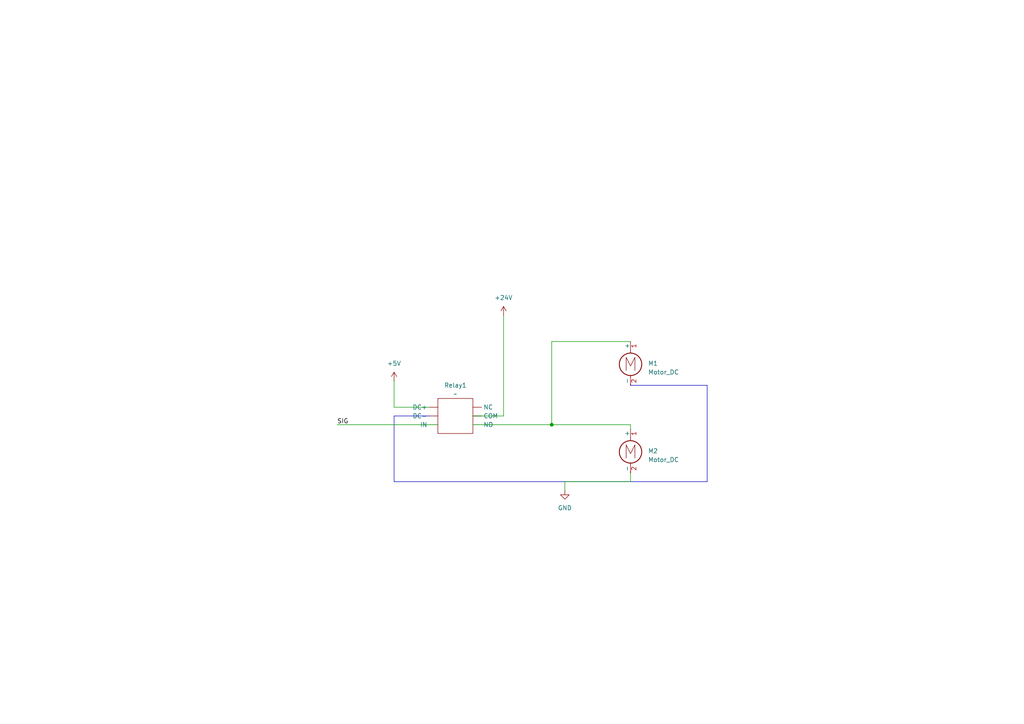
<source format=kicad_sch>
(kicad_sch (version 20231120) (generator "eeschema") (generator_version "8.0")
  (paper "A4")
  (lib_symbols
    (symbol "310hardwarelib:relay"
      (property "Reference" "Relay" (at -0.254 6.604 0))
      (symbol "relay_0_1"
        (rectangle (start -5.08 5.08) (end 5.08 -5.08))
      )
      (symbol "relay_1_1"
        (pin input line (at 5.08 0 0) (length 2.54) (name "COM") (number ""))
        (pin input line (at -5.08 2.54 180) (length 2.54) (name "DC+") (number ""))
        (pin input line (at -5.08 0 180) (length 2.54) (name "DC-") (number ""))
        (pin input line (at -5.08 -2.54 180) (length 2.54) (name "IN") (number ""))
        (pin input line (at 5.08 2.54 0) (length 2.54) (name "NC") (number ""))
        (pin input line (at 5.08 -2.54 0) (length 2.54) (name "NO") (number ""))
      )
    )
    (symbol "Motor:Motor_DC" (pin_names (offset 0))
      (property "Reference" "M" (at 2.54 2.54 0))
      (property "Value" "Motor_DC" (at 2.54 -5.08 0))
      (symbol "Motor_DC_0_0"
        (polyline (pts (xy -1.27 -3.302) (xy -1.27 0.508) (xy 0 -2.032) (xy 1.27 0.508) (xy 1.27 -3.302)))
      )
      (symbol "Motor_DC_0_1"
        (circle (center 0 -1.524) (radius 3.2512) (stroke (width 0.254)))
        (polyline (pts (xy 0 -7.62) (xy 0 -7.112)))
        (polyline (pts (xy 0 -4.7752) (xy 0 -5.1816)))
        (polyline (pts (xy 0 1.7272) (xy 0 2.0828)))
        (polyline (pts (xy 0 2.032) (xy 0 2.54)))
      )
      (symbol "Motor_DC_1_1"
        (pin passive line (at 0 5.08 270) (length 2.54) (name "+") (number "1"))
        (pin passive line (at 0 -7.62 90) (length 2.54) (name "-") (number "2"))
      )
    )
    (symbol "power:+24V" (power) (pin_numbers hide) (pin_names (offset 0) hide)
      (property "Value" "+24V" (at 0 3.556 0))
      (symbol "+24V_0_1"
        (polyline (pts (xy -0.762 1.27) (xy 0 2.54)))
        (polyline (pts (xy 0 0) (xy 0 2.54)))
        (polyline (pts (xy 0 2.54) (xy 0.762 1.27)))
      )
      (symbol "+24V_1_1"
        (pin power_in line (at 0 0 90) (length 0) (name "~") (number "1"))
      )
    )
    (symbol "power:+5V" (power) (pin_numbers hide) (pin_names (offset 0) hide)
      (property "Value" "+5V" (at 0 3.556 0))
      (symbol "+5V_0_1"
        (polyline (pts (xy -0.762 1.27) (xy 0 2.54)))
        (polyline (pts (xy 0 0) (xy 0 2.54)))
        (polyline (pts (xy 0 2.54) (xy 0.762 1.27)))
      )
      (symbol "+5V_1_1"
        (pin power_in line (at 0 0 90) (length 0) (name "~") (number "1"))
      )
    )
    (symbol "power:GND" (power) (pin_numbers hide) (pin_names (offset 0) hide)
      (property "Value" "GND" (at 0 -3.81 0))
      (symbol "GND_0_1"
        (polyline (pts (xy 0 0) (xy 0 -1.27) (xy 1.27 -1.27) (xy 0 -2.54) (xy -1.27 -1.27) (xy 0 -1.27)))
      )
      (symbol "GND_1_1"
        (pin power_in line (at 0 0 270) (length 0) (name "~") (number "1"))
      )
    )
  )
  (junction (at 160.02 123.19))
  (wire (pts (xy 160.02 99.06) (xy 182.88 99.06)))
  (polyline (pts (xy 182.88 111.76) (xy 205.105 111.76)))
  (wire (pts (xy 160.02 123.19) (xy 182.88 123.19)))
  (polyline (pts (xy 163.83 139.7) (xy 205.105 139.7)))
  (wire (pts (xy 160.02 123.19) (xy 160.02 99.06)))
  (wire (pts (xy 146.05 91.44) (xy 146.05 120.65)))
  (wire (pts (xy 97.79 123.19) (xy 127 123.19)))
  (polyline (pts (xy 114.3 139.7) (xy 114.3 120.65)))
  (wire (pts (xy 182.88 123.19) (xy 182.88 124.46)))
  (polyline (pts (xy 114.3 120.65) (xy 124.46 120.65)))
  (polyline (pts (xy 205.105 139.7) (xy 205.105 111.76)))
  (wire (pts (xy 163.83 139.7) (xy 182.88 139.7)))
  (wire (pts (xy 182.88 139.7) (xy 182.88 137.16)))
  (wire (pts (xy 146.05 120.65) (xy 137.16 120.65)))
  (wire (pts (xy 114.3 118.11) (xy 124.46 118.11)))
  (polyline (pts (xy 163.83 139.7) (xy 114.3 139.7)))
  (wire (pts (xy 114.3 110.49) (xy 114.3 118.11)))
  (wire (pts (xy 163.83 142.24) (xy 163.83 139.7)))
  (wire (pts (xy 137.16 123.19) (xy 160.02 123.19)))
  (label "SIG" (at 97.79 123.19 0))
  (symbol (lib_id "power:+24V") (at 146.05 91.44 0) (unit 1)
    (property "Reference" "#PWR01" (effects (hide yes)))
    (property "Value" "+24V" (at 146.05 86.36 0))
    (property "Description" "Power symbol creates a global label with name \"+24V\"" (effects (hide yes)))
  )
  (symbol (lib_id "power:+5V") (at 114.3 110.49 0) (unit 1)
    (property "Reference" "#PWR03" (effects (hide yes)))
    (property "Value" "+5V" (at 114.3 105.41 0))
    (property "Description" "Power symbol creates a global label with name \"+5V\"" (effects (hide yes)))
  )
  (symbol (lib_id "Motor:Motor_DC") (at 182.88 129.54 0) (unit 1)
    (property "Reference" "M2" (at 187.96 130.8099 0) (effects (justify left)))
    (property "Value" "Motor_DC" (at 187.96 133.3499 0) (effects (justify left)))
    (property "Description" "DC Motor" (effects (hide yes)))
  )
  (symbol (lib_id "310hardwarelib:relay") (at 132.08 120.65 0) (unit 1)
    (property "Reference" "Relay1" (at 132.08 111.76 0))
    (property "Value" "~" (at 132.08 114.3 0))
  )
  (symbol (lib_id "Motor:Motor_DC") (at 182.88 104.14 0) (unit 1)
    (property "Reference" "M1" (at 187.96 105.4099 0) (effects (justify left)))
    (property "Value" "Motor_DC" (at 187.96 107.9499 0) (effects (justify left)))
    (property "Description" "DC Motor" (effects (hide yes)))
  )
  (symbol (lib_id "power:GND") (at 163.83 142.24 0) (unit 1)
    (property "Reference" "#PWR02" (effects (hide yes)))
    (property "Value" "GND" (at 163.83 147.32 0))
    (property "Description" "Power symbol creates a global label with name \"GND\" , ground" (effects (hide yes)))
  )
)
</source>
